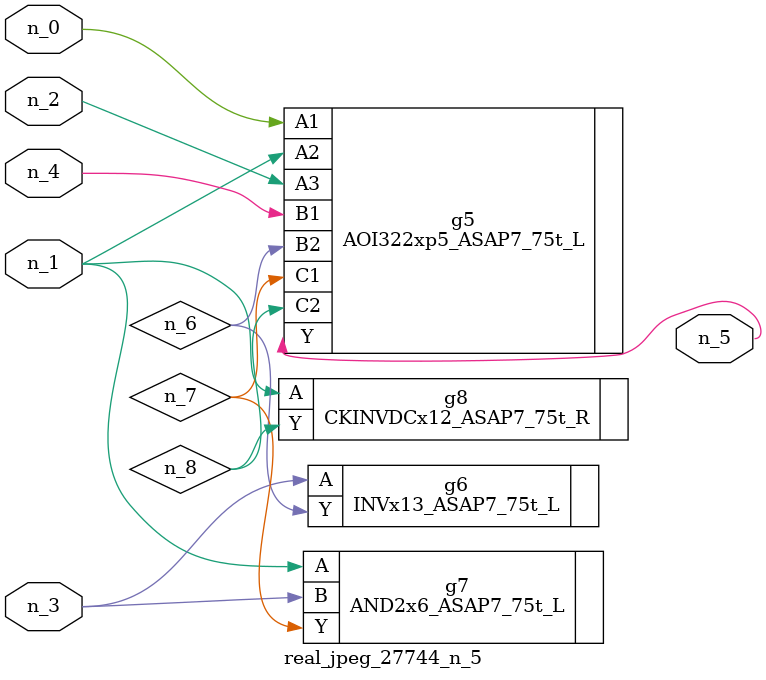
<source format=v>
module real_jpeg_27744_n_5 (n_4, n_0, n_1, n_2, n_3, n_5);

input n_4;
input n_0;
input n_1;
input n_2;
input n_3;

output n_5;

wire n_8;
wire n_6;
wire n_7;

AOI322xp5_ASAP7_75t_L g5 ( 
.A1(n_0),
.A2(n_1),
.A3(n_2),
.B1(n_4),
.B2(n_6),
.C1(n_7),
.C2(n_8),
.Y(n_5)
);

AND2x6_ASAP7_75t_L g7 ( 
.A(n_1),
.B(n_3),
.Y(n_7)
);

CKINVDCx12_ASAP7_75t_R g8 ( 
.A(n_1),
.Y(n_8)
);

INVx13_ASAP7_75t_L g6 ( 
.A(n_3),
.Y(n_6)
);


endmodule
</source>
